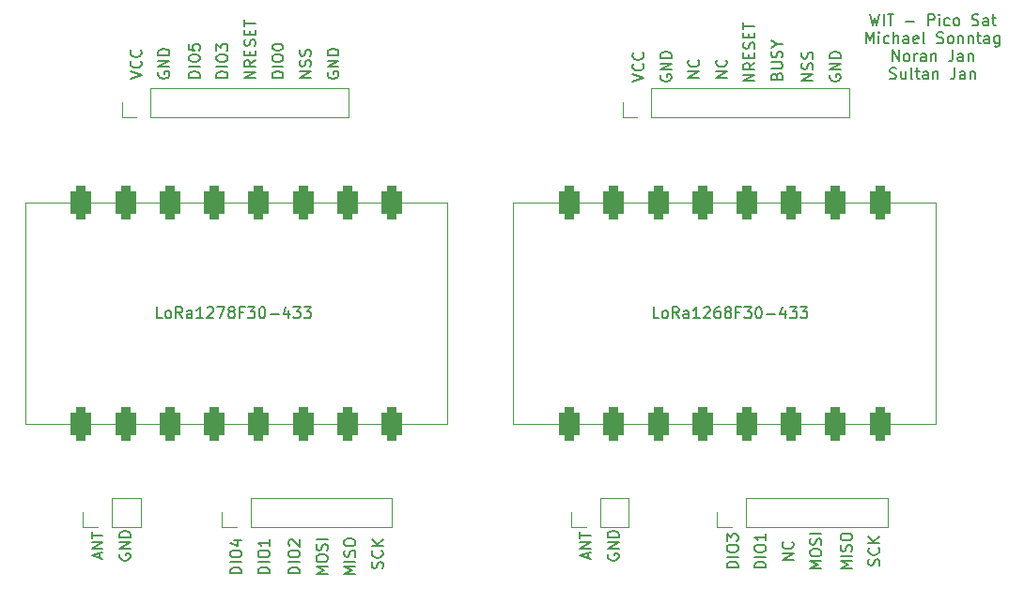
<source format=gto>
G04 #@! TF.GenerationSoftware,KiCad,Pcbnew,(6.0.1)*
G04 #@! TF.CreationDate,2023-03-29T19:46:05-04:00*
G04 #@! TF.ProjectId,G-NiceRF Breakout Board,472d4e69-6365-4524-9620-427265616b6f,rev?*
G04 #@! TF.SameCoordinates,Original*
G04 #@! TF.FileFunction,Legend,Top*
G04 #@! TF.FilePolarity,Positive*
%FSLAX46Y46*%
G04 Gerber Fmt 4.6, Leading zero omitted, Abs format (unit mm)*
G04 Created by KiCad (PCBNEW (6.0.1)) date 2023-03-29 19:46:05*
%MOMM*%
%LPD*%
G01*
G04 APERTURE LIST*
G04 Aperture macros list*
%AMRoundRect*
0 Rectangle with rounded corners*
0 $1 Rounding radius*
0 $2 $3 $4 $5 $6 $7 $8 $9 X,Y pos of 4 corners*
0 Add a 4 corners polygon primitive as box body*
4,1,4,$2,$3,$4,$5,$6,$7,$8,$9,$2,$3,0*
0 Add four circle primitives for the rounded corners*
1,1,$1+$1,$2,$3*
1,1,$1+$1,$4,$5*
1,1,$1+$1,$6,$7*
1,1,$1+$1,$8,$9*
0 Add four rect primitives between the rounded corners*
20,1,$1+$1,$2,$3,$4,$5,0*
20,1,$1+$1,$4,$5,$6,$7,0*
20,1,$1+$1,$6,$7,$8,$9,0*
20,1,$1+$1,$8,$9,$2,$3,0*%
G04 Aperture macros list end*
%ADD10C,0.150000*%
%ADD11C,0.120000*%
%ADD12R,1.700000X1.700000*%
%ADD13O,1.700000X1.700000*%
%ADD14RoundRect,0.450000X-0.450000X-1.050000X0.450000X-1.050000X0.450000X1.050000X-0.450000X1.050000X0*%
G04 APERTURE END LIST*
D10*
X153702380Y-87071428D02*
X152702380Y-87071428D01*
X153416666Y-86738095D01*
X152702380Y-86404761D01*
X153702380Y-86404761D01*
X152702380Y-85738095D02*
X152702380Y-85547619D01*
X152750000Y-85452380D01*
X152845238Y-85357142D01*
X153035714Y-85309523D01*
X153369047Y-85309523D01*
X153559523Y-85357142D01*
X153654761Y-85452380D01*
X153702380Y-85547619D01*
X153702380Y-85738095D01*
X153654761Y-85833333D01*
X153559523Y-85928571D01*
X153369047Y-85976190D01*
X153035714Y-85976190D01*
X152845238Y-85928571D01*
X152750000Y-85833333D01*
X152702380Y-85738095D01*
X153654761Y-84928571D02*
X153702380Y-84785714D01*
X153702380Y-84547619D01*
X153654761Y-84452380D01*
X153607142Y-84404761D01*
X153511904Y-84357142D01*
X153416666Y-84357142D01*
X153321428Y-84404761D01*
X153273809Y-84452380D01*
X153226190Y-84547619D01*
X153178571Y-84738095D01*
X153130952Y-84833333D01*
X153083333Y-84880952D01*
X152988095Y-84928571D01*
X152892857Y-84928571D01*
X152797619Y-84880952D01*
X152750000Y-84833333D01*
X152702380Y-84738095D01*
X152702380Y-84500000D01*
X152750000Y-84357142D01*
X153702380Y-83928571D02*
X152702380Y-83928571D01*
X94321428Y-64452380D02*
X93845238Y-64452380D01*
X93845238Y-63452380D01*
X94797619Y-64452380D02*
X94702380Y-64404761D01*
X94654761Y-64357142D01*
X94607142Y-64261904D01*
X94607142Y-63976190D01*
X94654761Y-63880952D01*
X94702380Y-63833333D01*
X94797619Y-63785714D01*
X94940476Y-63785714D01*
X95035714Y-63833333D01*
X95083333Y-63880952D01*
X95130952Y-63976190D01*
X95130952Y-64261904D01*
X95083333Y-64357142D01*
X95035714Y-64404761D01*
X94940476Y-64452380D01*
X94797619Y-64452380D01*
X96130952Y-64452380D02*
X95797619Y-63976190D01*
X95559523Y-64452380D02*
X95559523Y-63452380D01*
X95940476Y-63452380D01*
X96035714Y-63500000D01*
X96083333Y-63547619D01*
X96130952Y-63642857D01*
X96130952Y-63785714D01*
X96083333Y-63880952D01*
X96035714Y-63928571D01*
X95940476Y-63976190D01*
X95559523Y-63976190D01*
X96988095Y-64452380D02*
X96988095Y-63928571D01*
X96940476Y-63833333D01*
X96845238Y-63785714D01*
X96654761Y-63785714D01*
X96559523Y-63833333D01*
X96988095Y-64404761D02*
X96892857Y-64452380D01*
X96654761Y-64452380D01*
X96559523Y-64404761D01*
X96511904Y-64309523D01*
X96511904Y-64214285D01*
X96559523Y-64119047D01*
X96654761Y-64071428D01*
X96892857Y-64071428D01*
X96988095Y-64023809D01*
X97988095Y-64452380D02*
X97416666Y-64452380D01*
X97702380Y-64452380D02*
X97702380Y-63452380D01*
X97607142Y-63595238D01*
X97511904Y-63690476D01*
X97416666Y-63738095D01*
X98369047Y-63547619D02*
X98416666Y-63500000D01*
X98511904Y-63452380D01*
X98750000Y-63452380D01*
X98845238Y-63500000D01*
X98892857Y-63547619D01*
X98940476Y-63642857D01*
X98940476Y-63738095D01*
X98892857Y-63880952D01*
X98321428Y-64452380D01*
X98940476Y-64452380D01*
X99273809Y-63452380D02*
X99940476Y-63452380D01*
X99511904Y-64452380D01*
X100464285Y-63880952D02*
X100369047Y-63833333D01*
X100321428Y-63785714D01*
X100273809Y-63690476D01*
X100273809Y-63642857D01*
X100321428Y-63547619D01*
X100369047Y-63500000D01*
X100464285Y-63452380D01*
X100654761Y-63452380D01*
X100750000Y-63500000D01*
X100797619Y-63547619D01*
X100845238Y-63642857D01*
X100845238Y-63690476D01*
X100797619Y-63785714D01*
X100750000Y-63833333D01*
X100654761Y-63880952D01*
X100464285Y-63880952D01*
X100369047Y-63928571D01*
X100321428Y-63976190D01*
X100273809Y-64071428D01*
X100273809Y-64261904D01*
X100321428Y-64357142D01*
X100369047Y-64404761D01*
X100464285Y-64452380D01*
X100654761Y-64452380D01*
X100750000Y-64404761D01*
X100797619Y-64357142D01*
X100845238Y-64261904D01*
X100845238Y-64071428D01*
X100797619Y-63976190D01*
X100750000Y-63928571D01*
X100654761Y-63880952D01*
X101607142Y-63928571D02*
X101273809Y-63928571D01*
X101273809Y-64452380D02*
X101273809Y-63452380D01*
X101750000Y-63452380D01*
X102035714Y-63452380D02*
X102654761Y-63452380D01*
X102321428Y-63833333D01*
X102464285Y-63833333D01*
X102559523Y-63880952D01*
X102607142Y-63928571D01*
X102654761Y-64023809D01*
X102654761Y-64261904D01*
X102607142Y-64357142D01*
X102559523Y-64404761D01*
X102464285Y-64452380D01*
X102178571Y-64452380D01*
X102083333Y-64404761D01*
X102035714Y-64357142D01*
X103273809Y-63452380D02*
X103369047Y-63452380D01*
X103464285Y-63500000D01*
X103511904Y-63547619D01*
X103559523Y-63642857D01*
X103607142Y-63833333D01*
X103607142Y-64071428D01*
X103559523Y-64261904D01*
X103511904Y-64357142D01*
X103464285Y-64404761D01*
X103369047Y-64452380D01*
X103273809Y-64452380D01*
X103178571Y-64404761D01*
X103130952Y-64357142D01*
X103083333Y-64261904D01*
X103035714Y-64071428D01*
X103035714Y-63833333D01*
X103083333Y-63642857D01*
X103130952Y-63547619D01*
X103178571Y-63500000D01*
X103273809Y-63452380D01*
X104035714Y-64071428D02*
X104797619Y-64071428D01*
X105702380Y-63785714D02*
X105702380Y-64452380D01*
X105464285Y-63404761D02*
X105226190Y-64119047D01*
X105845238Y-64119047D01*
X106130952Y-63452380D02*
X106749999Y-63452380D01*
X106416666Y-63833333D01*
X106559523Y-63833333D01*
X106654761Y-63880952D01*
X106702380Y-63928571D01*
X106749999Y-64023809D01*
X106749999Y-64261904D01*
X106702380Y-64357142D01*
X106654761Y-64404761D01*
X106559523Y-64452380D01*
X106273809Y-64452380D01*
X106178571Y-64404761D01*
X106130952Y-64357142D01*
X107083333Y-63452380D02*
X107702380Y-63452380D01*
X107369047Y-63833333D01*
X107511904Y-63833333D01*
X107607142Y-63880952D01*
X107654761Y-63928571D01*
X107702380Y-64023809D01*
X107702380Y-64261904D01*
X107654761Y-64357142D01*
X107607142Y-64404761D01*
X107511904Y-64452380D01*
X107226190Y-64452380D01*
X107130952Y-64404761D01*
X107083333Y-64357142D01*
X139071428Y-64452380D02*
X138595238Y-64452380D01*
X138595238Y-63452380D01*
X139547619Y-64452380D02*
X139452380Y-64404761D01*
X139404761Y-64357142D01*
X139357142Y-64261904D01*
X139357142Y-63976190D01*
X139404761Y-63880952D01*
X139452380Y-63833333D01*
X139547619Y-63785714D01*
X139690476Y-63785714D01*
X139785714Y-63833333D01*
X139833333Y-63880952D01*
X139880952Y-63976190D01*
X139880952Y-64261904D01*
X139833333Y-64357142D01*
X139785714Y-64404761D01*
X139690476Y-64452380D01*
X139547619Y-64452380D01*
X140880952Y-64452380D02*
X140547619Y-63976190D01*
X140309523Y-64452380D02*
X140309523Y-63452380D01*
X140690476Y-63452380D01*
X140785714Y-63500000D01*
X140833333Y-63547619D01*
X140880952Y-63642857D01*
X140880952Y-63785714D01*
X140833333Y-63880952D01*
X140785714Y-63928571D01*
X140690476Y-63976190D01*
X140309523Y-63976190D01*
X141738095Y-64452380D02*
X141738095Y-63928571D01*
X141690476Y-63833333D01*
X141595238Y-63785714D01*
X141404761Y-63785714D01*
X141309523Y-63833333D01*
X141738095Y-64404761D02*
X141642857Y-64452380D01*
X141404761Y-64452380D01*
X141309523Y-64404761D01*
X141261904Y-64309523D01*
X141261904Y-64214285D01*
X141309523Y-64119047D01*
X141404761Y-64071428D01*
X141642857Y-64071428D01*
X141738095Y-64023809D01*
X142738095Y-64452380D02*
X142166666Y-64452380D01*
X142452380Y-64452380D02*
X142452380Y-63452380D01*
X142357142Y-63595238D01*
X142261904Y-63690476D01*
X142166666Y-63738095D01*
X143119047Y-63547619D02*
X143166666Y-63500000D01*
X143261904Y-63452380D01*
X143500000Y-63452380D01*
X143595238Y-63500000D01*
X143642857Y-63547619D01*
X143690476Y-63642857D01*
X143690476Y-63738095D01*
X143642857Y-63880952D01*
X143071428Y-64452380D01*
X143690476Y-64452380D01*
X144547619Y-63452380D02*
X144357142Y-63452380D01*
X144261904Y-63500000D01*
X144214285Y-63547619D01*
X144119047Y-63690476D01*
X144071428Y-63880952D01*
X144071428Y-64261904D01*
X144119047Y-64357142D01*
X144166666Y-64404761D01*
X144261904Y-64452380D01*
X144452380Y-64452380D01*
X144547619Y-64404761D01*
X144595238Y-64357142D01*
X144642857Y-64261904D01*
X144642857Y-64023809D01*
X144595238Y-63928571D01*
X144547619Y-63880952D01*
X144452380Y-63833333D01*
X144261904Y-63833333D01*
X144166666Y-63880952D01*
X144119047Y-63928571D01*
X144071428Y-64023809D01*
X145214285Y-63880952D02*
X145119047Y-63833333D01*
X145071428Y-63785714D01*
X145023809Y-63690476D01*
X145023809Y-63642857D01*
X145071428Y-63547619D01*
X145119047Y-63500000D01*
X145214285Y-63452380D01*
X145404761Y-63452380D01*
X145500000Y-63500000D01*
X145547619Y-63547619D01*
X145595238Y-63642857D01*
X145595238Y-63690476D01*
X145547619Y-63785714D01*
X145500000Y-63833333D01*
X145404761Y-63880952D01*
X145214285Y-63880952D01*
X145119047Y-63928571D01*
X145071428Y-63976190D01*
X145023809Y-64071428D01*
X145023809Y-64261904D01*
X145071428Y-64357142D01*
X145119047Y-64404761D01*
X145214285Y-64452380D01*
X145404761Y-64452380D01*
X145500000Y-64404761D01*
X145547619Y-64357142D01*
X145595238Y-64261904D01*
X145595238Y-64071428D01*
X145547619Y-63976190D01*
X145500000Y-63928571D01*
X145404761Y-63880952D01*
X146357142Y-63928571D02*
X146023809Y-63928571D01*
X146023809Y-64452380D02*
X146023809Y-63452380D01*
X146500000Y-63452380D01*
X146785714Y-63452380D02*
X147404761Y-63452380D01*
X147071428Y-63833333D01*
X147214285Y-63833333D01*
X147309523Y-63880952D01*
X147357142Y-63928571D01*
X147404761Y-64023809D01*
X147404761Y-64261904D01*
X147357142Y-64357142D01*
X147309523Y-64404761D01*
X147214285Y-64452380D01*
X146928571Y-64452380D01*
X146833333Y-64404761D01*
X146785714Y-64357142D01*
X148023809Y-63452380D02*
X148119047Y-63452380D01*
X148214285Y-63500000D01*
X148261904Y-63547619D01*
X148309523Y-63642857D01*
X148357142Y-63833333D01*
X148357142Y-64071428D01*
X148309523Y-64261904D01*
X148261904Y-64357142D01*
X148214285Y-64404761D01*
X148119047Y-64452380D01*
X148023809Y-64452380D01*
X147928571Y-64404761D01*
X147880952Y-64357142D01*
X147833333Y-64261904D01*
X147785714Y-64071428D01*
X147785714Y-63833333D01*
X147833333Y-63642857D01*
X147880952Y-63547619D01*
X147928571Y-63500000D01*
X148023809Y-63452380D01*
X148785714Y-64071428D02*
X149547619Y-64071428D01*
X150452380Y-63785714D02*
X150452380Y-64452380D01*
X150214285Y-63404761D02*
X149976190Y-64119047D01*
X150595238Y-64119047D01*
X150880952Y-63452380D02*
X151500000Y-63452380D01*
X151166666Y-63833333D01*
X151309523Y-63833333D01*
X151404761Y-63880952D01*
X151452380Y-63928571D01*
X151500000Y-64023809D01*
X151500000Y-64261904D01*
X151452380Y-64357142D01*
X151404761Y-64404761D01*
X151309523Y-64452380D01*
X151023809Y-64452380D01*
X150928571Y-64404761D01*
X150880952Y-64357142D01*
X151833333Y-63452380D02*
X152452380Y-63452380D01*
X152119047Y-63833333D01*
X152261904Y-63833333D01*
X152357142Y-63880952D01*
X152404761Y-63928571D01*
X152452380Y-64023809D01*
X152452380Y-64261904D01*
X152404761Y-64357142D01*
X152357142Y-64404761D01*
X152261904Y-64452380D01*
X151976190Y-64452380D01*
X151880952Y-64404761D01*
X151833333Y-64357142D01*
X102702380Y-42797619D02*
X101702380Y-42797619D01*
X102702380Y-42226190D01*
X101702380Y-42226190D01*
X102702380Y-41178571D02*
X102226190Y-41511904D01*
X102702380Y-41750000D02*
X101702380Y-41750000D01*
X101702380Y-41369047D01*
X101750000Y-41273809D01*
X101797619Y-41226190D01*
X101892857Y-41178571D01*
X102035714Y-41178571D01*
X102130952Y-41226190D01*
X102178571Y-41273809D01*
X102226190Y-41369047D01*
X102226190Y-41750000D01*
X102178571Y-40750000D02*
X102178571Y-40416666D01*
X102702380Y-40273809D02*
X102702380Y-40750000D01*
X101702380Y-40750000D01*
X101702380Y-40273809D01*
X102654761Y-39892857D02*
X102702380Y-39750000D01*
X102702380Y-39511904D01*
X102654761Y-39416666D01*
X102607142Y-39369047D01*
X102511904Y-39321428D01*
X102416666Y-39321428D01*
X102321428Y-39369047D01*
X102273809Y-39416666D01*
X102226190Y-39511904D01*
X102178571Y-39702380D01*
X102130952Y-39797619D01*
X102083333Y-39845238D01*
X101988095Y-39892857D01*
X101892857Y-39892857D01*
X101797619Y-39845238D01*
X101750000Y-39797619D01*
X101702380Y-39702380D01*
X101702380Y-39464285D01*
X101750000Y-39321428D01*
X102178571Y-38892857D02*
X102178571Y-38559523D01*
X102702380Y-38416666D02*
X102702380Y-38892857D01*
X101702380Y-38892857D01*
X101702380Y-38416666D01*
X101702380Y-38130952D02*
X101702380Y-37559523D01*
X102702380Y-37845238D02*
X101702380Y-37845238D01*
X97702380Y-42750000D02*
X96702380Y-42750000D01*
X96702380Y-42511904D01*
X96750000Y-42369047D01*
X96845238Y-42273809D01*
X96940476Y-42226190D01*
X97130952Y-42178571D01*
X97273809Y-42178571D01*
X97464285Y-42226190D01*
X97559523Y-42273809D01*
X97654761Y-42369047D01*
X97702380Y-42511904D01*
X97702380Y-42750000D01*
X97702380Y-41750000D02*
X96702380Y-41750000D01*
X96702380Y-41083333D02*
X96702380Y-40892857D01*
X96750000Y-40797619D01*
X96845238Y-40702380D01*
X97035714Y-40654761D01*
X97369047Y-40654761D01*
X97559523Y-40702380D01*
X97654761Y-40797619D01*
X97702380Y-40892857D01*
X97702380Y-41083333D01*
X97654761Y-41178571D01*
X97559523Y-41273809D01*
X97369047Y-41321428D01*
X97035714Y-41321428D01*
X96845238Y-41273809D01*
X96750000Y-41178571D01*
X96702380Y-41083333D01*
X96702380Y-39750000D02*
X96702380Y-40226190D01*
X97178571Y-40273809D01*
X97130952Y-40226190D01*
X97083333Y-40130952D01*
X97083333Y-39892857D01*
X97130952Y-39797619D01*
X97178571Y-39750000D01*
X97273809Y-39702380D01*
X97511904Y-39702380D01*
X97607142Y-39750000D01*
X97654761Y-39797619D01*
X97702380Y-39892857D01*
X97702380Y-40130952D01*
X97654761Y-40226190D01*
X97607142Y-40273809D01*
X142702380Y-42785714D02*
X141702380Y-42785714D01*
X142702380Y-42214285D01*
X141702380Y-42214285D01*
X142607142Y-41166666D02*
X142654761Y-41214285D01*
X142702380Y-41357142D01*
X142702380Y-41452380D01*
X142654761Y-41595238D01*
X142559523Y-41690476D01*
X142464285Y-41738095D01*
X142273809Y-41785714D01*
X142130952Y-41785714D01*
X141940476Y-41738095D01*
X141845238Y-41690476D01*
X141750000Y-41595238D01*
X141702380Y-41452380D01*
X141702380Y-41357142D01*
X141750000Y-41214285D01*
X141797619Y-41166666D01*
X88666666Y-86142857D02*
X88666666Y-85666666D01*
X88952380Y-86238095D02*
X87952380Y-85904761D01*
X88952380Y-85571428D01*
X88952380Y-85238095D02*
X87952380Y-85238095D01*
X88952380Y-84666666D01*
X87952380Y-84666666D01*
X87952380Y-84333333D02*
X87952380Y-83761904D01*
X88952380Y-84047619D02*
X87952380Y-84047619D01*
X132666666Y-86142857D02*
X132666666Y-85666666D01*
X132952380Y-86238095D02*
X131952380Y-85904761D01*
X132952380Y-85571428D01*
X132952380Y-85238095D02*
X131952380Y-85238095D01*
X132952380Y-84666666D01*
X131952380Y-84666666D01*
X131952380Y-84333333D02*
X131952380Y-83761904D01*
X132952380Y-84047619D02*
X131952380Y-84047619D01*
X114154761Y-87035714D02*
X114202380Y-86892857D01*
X114202380Y-86654761D01*
X114154761Y-86559523D01*
X114107142Y-86511904D01*
X114011904Y-86464285D01*
X113916666Y-86464285D01*
X113821428Y-86511904D01*
X113773809Y-86559523D01*
X113726190Y-86654761D01*
X113678571Y-86845238D01*
X113630952Y-86940476D01*
X113583333Y-86988095D01*
X113488095Y-87035714D01*
X113392857Y-87035714D01*
X113297619Y-86988095D01*
X113250000Y-86940476D01*
X113202380Y-86845238D01*
X113202380Y-86607142D01*
X113250000Y-86464285D01*
X114107142Y-85464285D02*
X114154761Y-85511904D01*
X114202380Y-85654761D01*
X114202380Y-85750000D01*
X114154761Y-85892857D01*
X114059523Y-85988095D01*
X113964285Y-86035714D01*
X113773809Y-86083333D01*
X113630952Y-86083333D01*
X113440476Y-86035714D01*
X113345238Y-85988095D01*
X113250000Y-85892857D01*
X113202380Y-85750000D01*
X113202380Y-85654761D01*
X113250000Y-85511904D01*
X113297619Y-85464285D01*
X114202380Y-85035714D02*
X113202380Y-85035714D01*
X114202380Y-84464285D02*
X113630952Y-84892857D01*
X113202380Y-84464285D02*
X113773809Y-85035714D01*
X105202380Y-42750000D02*
X104202380Y-42750000D01*
X104202380Y-42511904D01*
X104250000Y-42369047D01*
X104345238Y-42273809D01*
X104440476Y-42226190D01*
X104630952Y-42178571D01*
X104773809Y-42178571D01*
X104964285Y-42226190D01*
X105059523Y-42273809D01*
X105154761Y-42369047D01*
X105202380Y-42511904D01*
X105202380Y-42750000D01*
X105202380Y-41750000D02*
X104202380Y-41750000D01*
X104202380Y-41083333D02*
X104202380Y-40892857D01*
X104250000Y-40797619D01*
X104345238Y-40702380D01*
X104535714Y-40654761D01*
X104869047Y-40654761D01*
X105059523Y-40702380D01*
X105154761Y-40797619D01*
X105202380Y-40892857D01*
X105202380Y-41083333D01*
X105154761Y-41178571D01*
X105059523Y-41273809D01*
X104869047Y-41321428D01*
X104535714Y-41321428D01*
X104345238Y-41273809D01*
X104250000Y-41178571D01*
X104202380Y-41083333D01*
X104202380Y-40035714D02*
X104202380Y-39940476D01*
X104250000Y-39845238D01*
X104297619Y-39797619D01*
X104392857Y-39750000D01*
X104583333Y-39702380D01*
X104821428Y-39702380D01*
X105011904Y-39750000D01*
X105107142Y-39797619D01*
X105154761Y-39845238D01*
X105202380Y-39940476D01*
X105202380Y-40035714D01*
X105154761Y-40130952D01*
X105107142Y-40178571D01*
X105011904Y-40226190D01*
X104821428Y-40273809D01*
X104583333Y-40273809D01*
X104392857Y-40226190D01*
X104297619Y-40178571D01*
X104250000Y-40130952D01*
X104202380Y-40035714D01*
X103952380Y-87500000D02*
X102952380Y-87500000D01*
X102952380Y-87261904D01*
X103000000Y-87119047D01*
X103095238Y-87023809D01*
X103190476Y-86976190D01*
X103380952Y-86928571D01*
X103523809Y-86928571D01*
X103714285Y-86976190D01*
X103809523Y-87023809D01*
X103904761Y-87119047D01*
X103952380Y-87261904D01*
X103952380Y-87500000D01*
X103952380Y-86500000D02*
X102952380Y-86500000D01*
X102952380Y-85833333D02*
X102952380Y-85642857D01*
X103000000Y-85547619D01*
X103095238Y-85452380D01*
X103285714Y-85404761D01*
X103619047Y-85404761D01*
X103809523Y-85452380D01*
X103904761Y-85547619D01*
X103952380Y-85642857D01*
X103952380Y-85833333D01*
X103904761Y-85928571D01*
X103809523Y-86023809D01*
X103619047Y-86071428D01*
X103285714Y-86071428D01*
X103095238Y-86023809D01*
X103000000Y-85928571D01*
X102952380Y-85833333D01*
X103952380Y-84452380D02*
X103952380Y-85023809D01*
X103952380Y-84738095D02*
X102952380Y-84738095D01*
X103095238Y-84833333D01*
X103190476Y-84928571D01*
X103238095Y-85023809D01*
X154500000Y-42511904D02*
X154452380Y-42607142D01*
X154452380Y-42750000D01*
X154500000Y-42892857D01*
X154595238Y-42988095D01*
X154690476Y-43035714D01*
X154880952Y-43083333D01*
X155023809Y-43083333D01*
X155214285Y-43035714D01*
X155309523Y-42988095D01*
X155404761Y-42892857D01*
X155452380Y-42750000D01*
X155452380Y-42654761D01*
X155404761Y-42511904D01*
X155357142Y-42464285D01*
X155023809Y-42464285D01*
X155023809Y-42654761D01*
X155452380Y-42035714D02*
X154452380Y-42035714D01*
X155452380Y-41464285D01*
X154452380Y-41464285D01*
X155452380Y-40988095D02*
X154452380Y-40988095D01*
X154452380Y-40750000D01*
X154500000Y-40607142D01*
X154595238Y-40511904D01*
X154690476Y-40464285D01*
X154880952Y-40416666D01*
X155023809Y-40416666D01*
X155214285Y-40464285D01*
X155309523Y-40511904D01*
X155404761Y-40607142D01*
X155452380Y-40750000D01*
X155452380Y-40988095D01*
X152952380Y-42988095D02*
X151952380Y-42988095D01*
X152952380Y-42416666D01*
X151952380Y-42416666D01*
X152904761Y-41988095D02*
X152952380Y-41845238D01*
X152952380Y-41607142D01*
X152904761Y-41511904D01*
X152857142Y-41464285D01*
X152761904Y-41416666D01*
X152666666Y-41416666D01*
X152571428Y-41464285D01*
X152523809Y-41511904D01*
X152476190Y-41607142D01*
X152428571Y-41797619D01*
X152380952Y-41892857D01*
X152333333Y-41940476D01*
X152238095Y-41988095D01*
X152142857Y-41988095D01*
X152047619Y-41940476D01*
X152000000Y-41892857D01*
X151952380Y-41797619D01*
X151952380Y-41559523D01*
X152000000Y-41416666D01*
X152904761Y-41035714D02*
X152952380Y-40892857D01*
X152952380Y-40654761D01*
X152904761Y-40559523D01*
X152857142Y-40511904D01*
X152761904Y-40464285D01*
X152666666Y-40464285D01*
X152571428Y-40511904D01*
X152523809Y-40559523D01*
X152476190Y-40654761D01*
X152428571Y-40845238D01*
X152380952Y-40940476D01*
X152333333Y-40988095D01*
X152238095Y-41035714D01*
X152142857Y-41035714D01*
X152047619Y-40988095D01*
X152000000Y-40940476D01*
X151952380Y-40845238D01*
X151952380Y-40607142D01*
X152000000Y-40464285D01*
X106702380Y-87500000D02*
X105702380Y-87500000D01*
X105702380Y-87261904D01*
X105750000Y-87119047D01*
X105845238Y-87023809D01*
X105940476Y-86976190D01*
X106130952Y-86928571D01*
X106273809Y-86928571D01*
X106464285Y-86976190D01*
X106559523Y-87023809D01*
X106654761Y-87119047D01*
X106702380Y-87261904D01*
X106702380Y-87500000D01*
X106702380Y-86500000D02*
X105702380Y-86500000D01*
X105702380Y-85833333D02*
X105702380Y-85642857D01*
X105750000Y-85547619D01*
X105845238Y-85452380D01*
X106035714Y-85404761D01*
X106369047Y-85404761D01*
X106559523Y-85452380D01*
X106654761Y-85547619D01*
X106702380Y-85642857D01*
X106702380Y-85833333D01*
X106654761Y-85928571D01*
X106559523Y-86023809D01*
X106369047Y-86071428D01*
X106035714Y-86071428D01*
X105845238Y-86023809D01*
X105750000Y-85928571D01*
X105702380Y-85833333D01*
X105797619Y-85023809D02*
X105750000Y-84976190D01*
X105702380Y-84880952D01*
X105702380Y-84642857D01*
X105750000Y-84547619D01*
X105797619Y-84500000D01*
X105892857Y-84452380D01*
X105988095Y-84452380D01*
X106130952Y-84500000D01*
X106702380Y-85071428D01*
X106702380Y-84452380D01*
X134500000Y-85761904D02*
X134452380Y-85857142D01*
X134452380Y-86000000D01*
X134500000Y-86142857D01*
X134595238Y-86238095D01*
X134690476Y-86285714D01*
X134880952Y-86333333D01*
X135023809Y-86333333D01*
X135214285Y-86285714D01*
X135309523Y-86238095D01*
X135404761Y-86142857D01*
X135452380Y-86000000D01*
X135452380Y-85904761D01*
X135404761Y-85761904D01*
X135357142Y-85714285D01*
X135023809Y-85714285D01*
X135023809Y-85904761D01*
X135452380Y-85285714D02*
X134452380Y-85285714D01*
X135452380Y-84714285D01*
X134452380Y-84714285D01*
X135452380Y-84238095D02*
X134452380Y-84238095D01*
X134452380Y-84000000D01*
X134500000Y-83857142D01*
X134595238Y-83761904D01*
X134690476Y-83714285D01*
X134880952Y-83666666D01*
X135023809Y-83666666D01*
X135214285Y-83714285D01*
X135309523Y-83761904D01*
X135404761Y-83857142D01*
X135452380Y-84000000D01*
X135452380Y-84238095D01*
X91452380Y-42833333D02*
X92452380Y-42500000D01*
X91452380Y-42166666D01*
X92357142Y-41261904D02*
X92404761Y-41309523D01*
X92452380Y-41452380D01*
X92452380Y-41547619D01*
X92404761Y-41690476D01*
X92309523Y-41785714D01*
X92214285Y-41833333D01*
X92023809Y-41880952D01*
X91880952Y-41880952D01*
X91690476Y-41833333D01*
X91595238Y-41785714D01*
X91500000Y-41690476D01*
X91452380Y-41547619D01*
X91452380Y-41452380D01*
X91500000Y-41309523D01*
X91547619Y-41261904D01*
X92357142Y-40261904D02*
X92404761Y-40309523D01*
X92452380Y-40452380D01*
X92452380Y-40547619D01*
X92404761Y-40690476D01*
X92309523Y-40785714D01*
X92214285Y-40833333D01*
X92023809Y-40880952D01*
X91880952Y-40880952D01*
X91690476Y-40833333D01*
X91595238Y-40785714D01*
X91500000Y-40690476D01*
X91452380Y-40547619D01*
X91452380Y-40452380D01*
X91500000Y-40309523D01*
X91547619Y-40261904D01*
X158107142Y-37037380D02*
X158345238Y-38037380D01*
X158535714Y-37323095D01*
X158726190Y-38037380D01*
X158964285Y-37037380D01*
X159345238Y-38037380D02*
X159345238Y-37037380D01*
X159678571Y-37037380D02*
X160250000Y-37037380D01*
X159964285Y-38037380D02*
X159964285Y-37037380D01*
X161345238Y-37656428D02*
X162107142Y-37656428D01*
X163345238Y-38037380D02*
X163345238Y-37037380D01*
X163726190Y-37037380D01*
X163821428Y-37085000D01*
X163869047Y-37132619D01*
X163916666Y-37227857D01*
X163916666Y-37370714D01*
X163869047Y-37465952D01*
X163821428Y-37513571D01*
X163726190Y-37561190D01*
X163345238Y-37561190D01*
X164345238Y-38037380D02*
X164345238Y-37370714D01*
X164345238Y-37037380D02*
X164297619Y-37085000D01*
X164345238Y-37132619D01*
X164392857Y-37085000D01*
X164345238Y-37037380D01*
X164345238Y-37132619D01*
X165250000Y-37989761D02*
X165154761Y-38037380D01*
X164964285Y-38037380D01*
X164869047Y-37989761D01*
X164821428Y-37942142D01*
X164773809Y-37846904D01*
X164773809Y-37561190D01*
X164821428Y-37465952D01*
X164869047Y-37418333D01*
X164964285Y-37370714D01*
X165154761Y-37370714D01*
X165250000Y-37418333D01*
X165821428Y-38037380D02*
X165726190Y-37989761D01*
X165678571Y-37942142D01*
X165630952Y-37846904D01*
X165630952Y-37561190D01*
X165678571Y-37465952D01*
X165726190Y-37418333D01*
X165821428Y-37370714D01*
X165964285Y-37370714D01*
X166059523Y-37418333D01*
X166107142Y-37465952D01*
X166154761Y-37561190D01*
X166154761Y-37846904D01*
X166107142Y-37942142D01*
X166059523Y-37989761D01*
X165964285Y-38037380D01*
X165821428Y-38037380D01*
X167297619Y-37989761D02*
X167440476Y-38037380D01*
X167678571Y-38037380D01*
X167773809Y-37989761D01*
X167821428Y-37942142D01*
X167869047Y-37846904D01*
X167869047Y-37751666D01*
X167821428Y-37656428D01*
X167773809Y-37608809D01*
X167678571Y-37561190D01*
X167488095Y-37513571D01*
X167392857Y-37465952D01*
X167345238Y-37418333D01*
X167297619Y-37323095D01*
X167297619Y-37227857D01*
X167345238Y-37132619D01*
X167392857Y-37085000D01*
X167488095Y-37037380D01*
X167726190Y-37037380D01*
X167869047Y-37085000D01*
X168726190Y-38037380D02*
X168726190Y-37513571D01*
X168678571Y-37418333D01*
X168583333Y-37370714D01*
X168392857Y-37370714D01*
X168297619Y-37418333D01*
X168726190Y-37989761D02*
X168630952Y-38037380D01*
X168392857Y-38037380D01*
X168297619Y-37989761D01*
X168250000Y-37894523D01*
X168250000Y-37799285D01*
X168297619Y-37704047D01*
X168392857Y-37656428D01*
X168630952Y-37656428D01*
X168726190Y-37608809D01*
X169059523Y-37370714D02*
X169440476Y-37370714D01*
X169202380Y-37037380D02*
X169202380Y-37894523D01*
X169250000Y-37989761D01*
X169345238Y-38037380D01*
X169440476Y-38037380D01*
X157750000Y-39647380D02*
X157750000Y-38647380D01*
X158083333Y-39361666D01*
X158416666Y-38647380D01*
X158416666Y-39647380D01*
X158892857Y-39647380D02*
X158892857Y-38980714D01*
X158892857Y-38647380D02*
X158845238Y-38695000D01*
X158892857Y-38742619D01*
X158940476Y-38695000D01*
X158892857Y-38647380D01*
X158892857Y-38742619D01*
X159797619Y-39599761D02*
X159702380Y-39647380D01*
X159511904Y-39647380D01*
X159416666Y-39599761D01*
X159369047Y-39552142D01*
X159321428Y-39456904D01*
X159321428Y-39171190D01*
X159369047Y-39075952D01*
X159416666Y-39028333D01*
X159511904Y-38980714D01*
X159702380Y-38980714D01*
X159797619Y-39028333D01*
X160226190Y-39647380D02*
X160226190Y-38647380D01*
X160654761Y-39647380D02*
X160654761Y-39123571D01*
X160607142Y-39028333D01*
X160511904Y-38980714D01*
X160369047Y-38980714D01*
X160273809Y-39028333D01*
X160226190Y-39075952D01*
X161559523Y-39647380D02*
X161559523Y-39123571D01*
X161511904Y-39028333D01*
X161416666Y-38980714D01*
X161226190Y-38980714D01*
X161130952Y-39028333D01*
X161559523Y-39599761D02*
X161464285Y-39647380D01*
X161226190Y-39647380D01*
X161130952Y-39599761D01*
X161083333Y-39504523D01*
X161083333Y-39409285D01*
X161130952Y-39314047D01*
X161226190Y-39266428D01*
X161464285Y-39266428D01*
X161559523Y-39218809D01*
X162416666Y-39599761D02*
X162321428Y-39647380D01*
X162130952Y-39647380D01*
X162035714Y-39599761D01*
X161988095Y-39504523D01*
X161988095Y-39123571D01*
X162035714Y-39028333D01*
X162130952Y-38980714D01*
X162321428Y-38980714D01*
X162416666Y-39028333D01*
X162464285Y-39123571D01*
X162464285Y-39218809D01*
X161988095Y-39314047D01*
X163035714Y-39647380D02*
X162940476Y-39599761D01*
X162892857Y-39504523D01*
X162892857Y-38647380D01*
X164130952Y-39599761D02*
X164273809Y-39647380D01*
X164511904Y-39647380D01*
X164607142Y-39599761D01*
X164654761Y-39552142D01*
X164702380Y-39456904D01*
X164702380Y-39361666D01*
X164654761Y-39266428D01*
X164607142Y-39218809D01*
X164511904Y-39171190D01*
X164321428Y-39123571D01*
X164226190Y-39075952D01*
X164178571Y-39028333D01*
X164130952Y-38933095D01*
X164130952Y-38837857D01*
X164178571Y-38742619D01*
X164226190Y-38695000D01*
X164321428Y-38647380D01*
X164559523Y-38647380D01*
X164702380Y-38695000D01*
X165273809Y-39647380D02*
X165178571Y-39599761D01*
X165130952Y-39552142D01*
X165083333Y-39456904D01*
X165083333Y-39171190D01*
X165130952Y-39075952D01*
X165178571Y-39028333D01*
X165273809Y-38980714D01*
X165416666Y-38980714D01*
X165511904Y-39028333D01*
X165559523Y-39075952D01*
X165607142Y-39171190D01*
X165607142Y-39456904D01*
X165559523Y-39552142D01*
X165511904Y-39599761D01*
X165416666Y-39647380D01*
X165273809Y-39647380D01*
X166035714Y-38980714D02*
X166035714Y-39647380D01*
X166035714Y-39075952D02*
X166083333Y-39028333D01*
X166178571Y-38980714D01*
X166321428Y-38980714D01*
X166416666Y-39028333D01*
X166464285Y-39123571D01*
X166464285Y-39647380D01*
X166940476Y-38980714D02*
X166940476Y-39647380D01*
X166940476Y-39075952D02*
X166988095Y-39028333D01*
X167083333Y-38980714D01*
X167226190Y-38980714D01*
X167321428Y-39028333D01*
X167369047Y-39123571D01*
X167369047Y-39647380D01*
X167702380Y-38980714D02*
X168083333Y-38980714D01*
X167845238Y-38647380D02*
X167845238Y-39504523D01*
X167892857Y-39599761D01*
X167988095Y-39647380D01*
X168083333Y-39647380D01*
X168845238Y-39647380D02*
X168845238Y-39123571D01*
X168797619Y-39028333D01*
X168702380Y-38980714D01*
X168511904Y-38980714D01*
X168416666Y-39028333D01*
X168845238Y-39599761D02*
X168750000Y-39647380D01*
X168511904Y-39647380D01*
X168416666Y-39599761D01*
X168369047Y-39504523D01*
X168369047Y-39409285D01*
X168416666Y-39314047D01*
X168511904Y-39266428D01*
X168750000Y-39266428D01*
X168845238Y-39218809D01*
X169750000Y-38980714D02*
X169750000Y-39790238D01*
X169702380Y-39885476D01*
X169654761Y-39933095D01*
X169559523Y-39980714D01*
X169416666Y-39980714D01*
X169321428Y-39933095D01*
X169750000Y-39599761D02*
X169654761Y-39647380D01*
X169464285Y-39647380D01*
X169369047Y-39599761D01*
X169321428Y-39552142D01*
X169273809Y-39456904D01*
X169273809Y-39171190D01*
X169321428Y-39075952D01*
X169369047Y-39028333D01*
X169464285Y-38980714D01*
X169654761Y-38980714D01*
X169750000Y-39028333D01*
X160130952Y-41257380D02*
X160130952Y-40257380D01*
X160702380Y-41257380D01*
X160702380Y-40257380D01*
X161321428Y-41257380D02*
X161226190Y-41209761D01*
X161178571Y-41162142D01*
X161130952Y-41066904D01*
X161130952Y-40781190D01*
X161178571Y-40685952D01*
X161226190Y-40638333D01*
X161321428Y-40590714D01*
X161464285Y-40590714D01*
X161559523Y-40638333D01*
X161607142Y-40685952D01*
X161654761Y-40781190D01*
X161654761Y-41066904D01*
X161607142Y-41162142D01*
X161559523Y-41209761D01*
X161464285Y-41257380D01*
X161321428Y-41257380D01*
X162083333Y-41257380D02*
X162083333Y-40590714D01*
X162083333Y-40781190D02*
X162130952Y-40685952D01*
X162178571Y-40638333D01*
X162273809Y-40590714D01*
X162369047Y-40590714D01*
X163130952Y-41257380D02*
X163130952Y-40733571D01*
X163083333Y-40638333D01*
X162988095Y-40590714D01*
X162797619Y-40590714D01*
X162702380Y-40638333D01*
X163130952Y-41209761D02*
X163035714Y-41257380D01*
X162797619Y-41257380D01*
X162702380Y-41209761D01*
X162654761Y-41114523D01*
X162654761Y-41019285D01*
X162702380Y-40924047D01*
X162797619Y-40876428D01*
X163035714Y-40876428D01*
X163130952Y-40828809D01*
X163607142Y-40590714D02*
X163607142Y-41257380D01*
X163607142Y-40685952D02*
X163654761Y-40638333D01*
X163750000Y-40590714D01*
X163892857Y-40590714D01*
X163988095Y-40638333D01*
X164035714Y-40733571D01*
X164035714Y-41257380D01*
X165559523Y-40257380D02*
X165559523Y-40971666D01*
X165511904Y-41114523D01*
X165416666Y-41209761D01*
X165273809Y-41257380D01*
X165178571Y-41257380D01*
X166464285Y-41257380D02*
X166464285Y-40733571D01*
X166416666Y-40638333D01*
X166321428Y-40590714D01*
X166130952Y-40590714D01*
X166035714Y-40638333D01*
X166464285Y-41209761D02*
X166369047Y-41257380D01*
X166130952Y-41257380D01*
X166035714Y-41209761D01*
X165988095Y-41114523D01*
X165988095Y-41019285D01*
X166035714Y-40924047D01*
X166130952Y-40876428D01*
X166369047Y-40876428D01*
X166464285Y-40828809D01*
X166940476Y-40590714D02*
X166940476Y-41257380D01*
X166940476Y-40685952D02*
X166988095Y-40638333D01*
X167083333Y-40590714D01*
X167226190Y-40590714D01*
X167321428Y-40638333D01*
X167369047Y-40733571D01*
X167369047Y-41257380D01*
X159892857Y-42819761D02*
X160035714Y-42867380D01*
X160273809Y-42867380D01*
X160369047Y-42819761D01*
X160416666Y-42772142D01*
X160464285Y-42676904D01*
X160464285Y-42581666D01*
X160416666Y-42486428D01*
X160369047Y-42438809D01*
X160273809Y-42391190D01*
X160083333Y-42343571D01*
X159988095Y-42295952D01*
X159940476Y-42248333D01*
X159892857Y-42153095D01*
X159892857Y-42057857D01*
X159940476Y-41962619D01*
X159988095Y-41915000D01*
X160083333Y-41867380D01*
X160321428Y-41867380D01*
X160464285Y-41915000D01*
X161321428Y-42200714D02*
X161321428Y-42867380D01*
X160892857Y-42200714D02*
X160892857Y-42724523D01*
X160940476Y-42819761D01*
X161035714Y-42867380D01*
X161178571Y-42867380D01*
X161273809Y-42819761D01*
X161321428Y-42772142D01*
X161940476Y-42867380D02*
X161845238Y-42819761D01*
X161797619Y-42724523D01*
X161797619Y-41867380D01*
X162178571Y-42200714D02*
X162559523Y-42200714D01*
X162321428Y-41867380D02*
X162321428Y-42724523D01*
X162369047Y-42819761D01*
X162464285Y-42867380D01*
X162559523Y-42867380D01*
X163321428Y-42867380D02*
X163321428Y-42343571D01*
X163273809Y-42248333D01*
X163178571Y-42200714D01*
X162988095Y-42200714D01*
X162892857Y-42248333D01*
X163321428Y-42819761D02*
X163226190Y-42867380D01*
X162988095Y-42867380D01*
X162892857Y-42819761D01*
X162845238Y-42724523D01*
X162845238Y-42629285D01*
X162892857Y-42534047D01*
X162988095Y-42486428D01*
X163226190Y-42486428D01*
X163321428Y-42438809D01*
X163797619Y-42200714D02*
X163797619Y-42867380D01*
X163797619Y-42295952D02*
X163845238Y-42248333D01*
X163940476Y-42200714D01*
X164083333Y-42200714D01*
X164178571Y-42248333D01*
X164226190Y-42343571D01*
X164226190Y-42867380D01*
X165750000Y-41867380D02*
X165750000Y-42581666D01*
X165702380Y-42724523D01*
X165607142Y-42819761D01*
X165464285Y-42867380D01*
X165369047Y-42867380D01*
X166654761Y-42867380D02*
X166654761Y-42343571D01*
X166607142Y-42248333D01*
X166511904Y-42200714D01*
X166321428Y-42200714D01*
X166226190Y-42248333D01*
X166654761Y-42819761D02*
X166559523Y-42867380D01*
X166321428Y-42867380D01*
X166226190Y-42819761D01*
X166178571Y-42724523D01*
X166178571Y-42629285D01*
X166226190Y-42534047D01*
X166321428Y-42486428D01*
X166559523Y-42486428D01*
X166654761Y-42438809D01*
X167130952Y-42200714D02*
X167130952Y-42867380D01*
X167130952Y-42295952D02*
X167178571Y-42248333D01*
X167273809Y-42200714D01*
X167416666Y-42200714D01*
X167511904Y-42248333D01*
X167559523Y-42343571D01*
X167559523Y-42867380D01*
X109250000Y-42261904D02*
X109202380Y-42357142D01*
X109202380Y-42500000D01*
X109250000Y-42642857D01*
X109345238Y-42738095D01*
X109440476Y-42785714D01*
X109630952Y-42833333D01*
X109773809Y-42833333D01*
X109964285Y-42785714D01*
X110059523Y-42738095D01*
X110154761Y-42642857D01*
X110202380Y-42500000D01*
X110202380Y-42404761D01*
X110154761Y-42261904D01*
X110107142Y-42214285D01*
X109773809Y-42214285D01*
X109773809Y-42404761D01*
X110202380Y-41785714D02*
X109202380Y-41785714D01*
X110202380Y-41214285D01*
X109202380Y-41214285D01*
X110202380Y-40738095D02*
X109202380Y-40738095D01*
X109202380Y-40500000D01*
X109250000Y-40357142D01*
X109345238Y-40261904D01*
X109440476Y-40214285D01*
X109630952Y-40166666D01*
X109773809Y-40166666D01*
X109964285Y-40214285D01*
X110059523Y-40261904D01*
X110154761Y-40357142D01*
X110202380Y-40500000D01*
X110202380Y-40738095D01*
X158904761Y-86785714D02*
X158952380Y-86642857D01*
X158952380Y-86404761D01*
X158904761Y-86309523D01*
X158857142Y-86261904D01*
X158761904Y-86214285D01*
X158666666Y-86214285D01*
X158571428Y-86261904D01*
X158523809Y-86309523D01*
X158476190Y-86404761D01*
X158428571Y-86595238D01*
X158380952Y-86690476D01*
X158333333Y-86738095D01*
X158238095Y-86785714D01*
X158142857Y-86785714D01*
X158047619Y-86738095D01*
X158000000Y-86690476D01*
X157952380Y-86595238D01*
X157952380Y-86357142D01*
X158000000Y-86214285D01*
X158857142Y-85214285D02*
X158904761Y-85261904D01*
X158952380Y-85404761D01*
X158952380Y-85500000D01*
X158904761Y-85642857D01*
X158809523Y-85738095D01*
X158714285Y-85785714D01*
X158523809Y-85833333D01*
X158380952Y-85833333D01*
X158190476Y-85785714D01*
X158095238Y-85738095D01*
X158000000Y-85642857D01*
X157952380Y-85500000D01*
X157952380Y-85404761D01*
X158000000Y-85261904D01*
X158047619Y-85214285D01*
X158952380Y-84785714D02*
X157952380Y-84785714D01*
X158952380Y-84214285D02*
X158380952Y-84642857D01*
X157952380Y-84214285D02*
X158523809Y-84785714D01*
X109202380Y-87571428D02*
X108202380Y-87571428D01*
X108916666Y-87238095D01*
X108202380Y-86904761D01*
X109202380Y-86904761D01*
X108202380Y-86238095D02*
X108202380Y-86047619D01*
X108250000Y-85952380D01*
X108345238Y-85857142D01*
X108535714Y-85809523D01*
X108869047Y-85809523D01*
X109059523Y-85857142D01*
X109154761Y-85952380D01*
X109202380Y-86047619D01*
X109202380Y-86238095D01*
X109154761Y-86333333D01*
X109059523Y-86428571D01*
X108869047Y-86476190D01*
X108535714Y-86476190D01*
X108345238Y-86428571D01*
X108250000Y-86333333D01*
X108202380Y-86238095D01*
X109154761Y-85428571D02*
X109202380Y-85285714D01*
X109202380Y-85047619D01*
X109154761Y-84952380D01*
X109107142Y-84904761D01*
X109011904Y-84857142D01*
X108916666Y-84857142D01*
X108821428Y-84904761D01*
X108773809Y-84952380D01*
X108726190Y-85047619D01*
X108678571Y-85238095D01*
X108630952Y-85333333D01*
X108583333Y-85380952D01*
X108488095Y-85428571D01*
X108392857Y-85428571D01*
X108297619Y-85380952D01*
X108250000Y-85333333D01*
X108202380Y-85238095D01*
X108202380Y-85000000D01*
X108250000Y-84857142D01*
X109202380Y-84428571D02*
X108202380Y-84428571D01*
X147702380Y-43047619D02*
X146702380Y-43047619D01*
X147702380Y-42476190D01*
X146702380Y-42476190D01*
X147702380Y-41428571D02*
X147226190Y-41761904D01*
X147702380Y-42000000D02*
X146702380Y-42000000D01*
X146702380Y-41619047D01*
X146750000Y-41523809D01*
X146797619Y-41476190D01*
X146892857Y-41428571D01*
X147035714Y-41428571D01*
X147130952Y-41476190D01*
X147178571Y-41523809D01*
X147226190Y-41619047D01*
X147226190Y-42000000D01*
X147178571Y-41000000D02*
X147178571Y-40666666D01*
X147702380Y-40523809D02*
X147702380Y-41000000D01*
X146702380Y-41000000D01*
X146702380Y-40523809D01*
X147654761Y-40142857D02*
X147702380Y-40000000D01*
X147702380Y-39761904D01*
X147654761Y-39666666D01*
X147607142Y-39619047D01*
X147511904Y-39571428D01*
X147416666Y-39571428D01*
X147321428Y-39619047D01*
X147273809Y-39666666D01*
X147226190Y-39761904D01*
X147178571Y-39952380D01*
X147130952Y-40047619D01*
X147083333Y-40095238D01*
X146988095Y-40142857D01*
X146892857Y-40142857D01*
X146797619Y-40095238D01*
X146750000Y-40047619D01*
X146702380Y-39952380D01*
X146702380Y-39714285D01*
X146750000Y-39571428D01*
X147178571Y-39142857D02*
X147178571Y-38809523D01*
X147702380Y-38666666D02*
X147702380Y-39142857D01*
X146702380Y-39142857D01*
X146702380Y-38666666D01*
X146702380Y-38380952D02*
X146702380Y-37809523D01*
X147702380Y-38095238D02*
X146702380Y-38095238D01*
X156452380Y-87071428D02*
X155452380Y-87071428D01*
X156166666Y-86738095D01*
X155452380Y-86404761D01*
X156452380Y-86404761D01*
X156452380Y-85928571D02*
X155452380Y-85928571D01*
X156404761Y-85500000D02*
X156452380Y-85357142D01*
X156452380Y-85119047D01*
X156404761Y-85023809D01*
X156357142Y-84976190D01*
X156261904Y-84928571D01*
X156166666Y-84928571D01*
X156071428Y-84976190D01*
X156023809Y-85023809D01*
X155976190Y-85119047D01*
X155928571Y-85309523D01*
X155880952Y-85404761D01*
X155833333Y-85452380D01*
X155738095Y-85500000D01*
X155642857Y-85500000D01*
X155547619Y-85452380D01*
X155500000Y-85404761D01*
X155452380Y-85309523D01*
X155452380Y-85071428D01*
X155500000Y-84928571D01*
X155452380Y-84309523D02*
X155452380Y-84119047D01*
X155500000Y-84023809D01*
X155595238Y-83928571D01*
X155785714Y-83880952D01*
X156119047Y-83880952D01*
X156309523Y-83928571D01*
X156404761Y-84023809D01*
X156452380Y-84119047D01*
X156452380Y-84309523D01*
X156404761Y-84404761D01*
X156309523Y-84500000D01*
X156119047Y-84547619D01*
X155785714Y-84547619D01*
X155595238Y-84500000D01*
X155500000Y-84404761D01*
X155452380Y-84309523D01*
X107702380Y-42738095D02*
X106702380Y-42738095D01*
X107702380Y-42166666D01*
X106702380Y-42166666D01*
X107654761Y-41738095D02*
X107702380Y-41595238D01*
X107702380Y-41357142D01*
X107654761Y-41261904D01*
X107607142Y-41214285D01*
X107511904Y-41166666D01*
X107416666Y-41166666D01*
X107321428Y-41214285D01*
X107273809Y-41261904D01*
X107226190Y-41357142D01*
X107178571Y-41547619D01*
X107130952Y-41642857D01*
X107083333Y-41690476D01*
X106988095Y-41738095D01*
X106892857Y-41738095D01*
X106797619Y-41690476D01*
X106750000Y-41642857D01*
X106702380Y-41547619D01*
X106702380Y-41309523D01*
X106750000Y-41166666D01*
X107654761Y-40785714D02*
X107702380Y-40642857D01*
X107702380Y-40404761D01*
X107654761Y-40309523D01*
X107607142Y-40261904D01*
X107511904Y-40214285D01*
X107416666Y-40214285D01*
X107321428Y-40261904D01*
X107273809Y-40309523D01*
X107226190Y-40404761D01*
X107178571Y-40595238D01*
X107130952Y-40690476D01*
X107083333Y-40738095D01*
X106988095Y-40785714D01*
X106892857Y-40785714D01*
X106797619Y-40738095D01*
X106750000Y-40690476D01*
X106702380Y-40595238D01*
X106702380Y-40357142D01*
X106750000Y-40214285D01*
X151202380Y-86285714D02*
X150202380Y-86285714D01*
X151202380Y-85714285D01*
X150202380Y-85714285D01*
X151107142Y-84666666D02*
X151154761Y-84714285D01*
X151202380Y-84857142D01*
X151202380Y-84952380D01*
X151154761Y-85095238D01*
X151059523Y-85190476D01*
X150964285Y-85238095D01*
X150773809Y-85285714D01*
X150630952Y-85285714D01*
X150440476Y-85238095D01*
X150345238Y-85190476D01*
X150250000Y-85095238D01*
X150202380Y-84952380D01*
X150202380Y-84857142D01*
X150250000Y-84714285D01*
X150297619Y-84666666D01*
X146202380Y-87000000D02*
X145202380Y-87000000D01*
X145202380Y-86761904D01*
X145250000Y-86619047D01*
X145345238Y-86523809D01*
X145440476Y-86476190D01*
X145630952Y-86428571D01*
X145773809Y-86428571D01*
X145964285Y-86476190D01*
X146059523Y-86523809D01*
X146154761Y-86619047D01*
X146202380Y-86761904D01*
X146202380Y-87000000D01*
X146202380Y-86000000D02*
X145202380Y-86000000D01*
X145202380Y-85333333D02*
X145202380Y-85142857D01*
X145250000Y-85047619D01*
X145345238Y-84952380D01*
X145535714Y-84904761D01*
X145869047Y-84904761D01*
X146059523Y-84952380D01*
X146154761Y-85047619D01*
X146202380Y-85142857D01*
X146202380Y-85333333D01*
X146154761Y-85428571D01*
X146059523Y-85523809D01*
X145869047Y-85571428D01*
X145535714Y-85571428D01*
X145345238Y-85523809D01*
X145250000Y-85428571D01*
X145202380Y-85333333D01*
X145202380Y-84571428D02*
X145202380Y-83952380D01*
X145583333Y-84285714D01*
X145583333Y-84142857D01*
X145630952Y-84047619D01*
X145678571Y-84000000D01*
X145773809Y-83952380D01*
X146011904Y-83952380D01*
X146107142Y-84000000D01*
X146154761Y-84047619D01*
X146202380Y-84142857D01*
X146202380Y-84428571D01*
X146154761Y-84523809D01*
X146107142Y-84571428D01*
X149678571Y-42607142D02*
X149726190Y-42464285D01*
X149773809Y-42416666D01*
X149869047Y-42369047D01*
X150011904Y-42369047D01*
X150107142Y-42416666D01*
X150154761Y-42464285D01*
X150202380Y-42559523D01*
X150202380Y-42940476D01*
X149202380Y-42940476D01*
X149202380Y-42607142D01*
X149250000Y-42511904D01*
X149297619Y-42464285D01*
X149392857Y-42416666D01*
X149488095Y-42416666D01*
X149583333Y-42464285D01*
X149630952Y-42511904D01*
X149678571Y-42607142D01*
X149678571Y-42940476D01*
X149202380Y-41940476D02*
X150011904Y-41940476D01*
X150107142Y-41892857D01*
X150154761Y-41845238D01*
X150202380Y-41750000D01*
X150202380Y-41559523D01*
X150154761Y-41464285D01*
X150107142Y-41416666D01*
X150011904Y-41369047D01*
X149202380Y-41369047D01*
X150154761Y-40940476D02*
X150202380Y-40797619D01*
X150202380Y-40559523D01*
X150154761Y-40464285D01*
X150107142Y-40416666D01*
X150011904Y-40369047D01*
X149916666Y-40369047D01*
X149821428Y-40416666D01*
X149773809Y-40464285D01*
X149726190Y-40559523D01*
X149678571Y-40750000D01*
X149630952Y-40845238D01*
X149583333Y-40892857D01*
X149488095Y-40940476D01*
X149392857Y-40940476D01*
X149297619Y-40892857D01*
X149250000Y-40845238D01*
X149202380Y-40750000D01*
X149202380Y-40511904D01*
X149250000Y-40369047D01*
X149726190Y-39750000D02*
X150202380Y-39750000D01*
X149202380Y-40083333D02*
X149726190Y-39750000D01*
X149202380Y-39416666D01*
X148702380Y-87000000D02*
X147702380Y-87000000D01*
X147702380Y-86761904D01*
X147750000Y-86619047D01*
X147845238Y-86523809D01*
X147940476Y-86476190D01*
X148130952Y-86428571D01*
X148273809Y-86428571D01*
X148464285Y-86476190D01*
X148559523Y-86523809D01*
X148654761Y-86619047D01*
X148702380Y-86761904D01*
X148702380Y-87000000D01*
X148702380Y-86000000D02*
X147702380Y-86000000D01*
X147702380Y-85333333D02*
X147702380Y-85142857D01*
X147750000Y-85047619D01*
X147845238Y-84952380D01*
X148035714Y-84904761D01*
X148369047Y-84904761D01*
X148559523Y-84952380D01*
X148654761Y-85047619D01*
X148702380Y-85142857D01*
X148702380Y-85333333D01*
X148654761Y-85428571D01*
X148559523Y-85523809D01*
X148369047Y-85571428D01*
X148035714Y-85571428D01*
X147845238Y-85523809D01*
X147750000Y-85428571D01*
X147702380Y-85333333D01*
X148702380Y-83952380D02*
X148702380Y-84523809D01*
X148702380Y-84238095D02*
X147702380Y-84238095D01*
X147845238Y-84333333D01*
X147940476Y-84428571D01*
X147988095Y-84523809D01*
X94000000Y-42261904D02*
X93952380Y-42357142D01*
X93952380Y-42500000D01*
X94000000Y-42642857D01*
X94095238Y-42738095D01*
X94190476Y-42785714D01*
X94380952Y-42833333D01*
X94523809Y-42833333D01*
X94714285Y-42785714D01*
X94809523Y-42738095D01*
X94904761Y-42642857D01*
X94952380Y-42500000D01*
X94952380Y-42404761D01*
X94904761Y-42261904D01*
X94857142Y-42214285D01*
X94523809Y-42214285D01*
X94523809Y-42404761D01*
X94952380Y-41785714D02*
X93952380Y-41785714D01*
X94952380Y-41214285D01*
X93952380Y-41214285D01*
X94952380Y-40738095D02*
X93952380Y-40738095D01*
X93952380Y-40500000D01*
X94000000Y-40357142D01*
X94095238Y-40261904D01*
X94190476Y-40214285D01*
X94380952Y-40166666D01*
X94523809Y-40166666D01*
X94714285Y-40214285D01*
X94809523Y-40261904D01*
X94904761Y-40357142D01*
X94952380Y-40500000D01*
X94952380Y-40738095D01*
X136702380Y-43083333D02*
X137702380Y-42750000D01*
X136702380Y-42416666D01*
X137607142Y-41511904D02*
X137654761Y-41559523D01*
X137702380Y-41702380D01*
X137702380Y-41797619D01*
X137654761Y-41940476D01*
X137559523Y-42035714D01*
X137464285Y-42083333D01*
X137273809Y-42130952D01*
X137130952Y-42130952D01*
X136940476Y-42083333D01*
X136845238Y-42035714D01*
X136750000Y-41940476D01*
X136702380Y-41797619D01*
X136702380Y-41702380D01*
X136750000Y-41559523D01*
X136797619Y-41511904D01*
X137607142Y-40511904D02*
X137654761Y-40559523D01*
X137702380Y-40702380D01*
X137702380Y-40797619D01*
X137654761Y-40940476D01*
X137559523Y-41035714D01*
X137464285Y-41083333D01*
X137273809Y-41130952D01*
X137130952Y-41130952D01*
X136940476Y-41083333D01*
X136845238Y-41035714D01*
X136750000Y-40940476D01*
X136702380Y-40797619D01*
X136702380Y-40702380D01*
X136750000Y-40559523D01*
X136797619Y-40511904D01*
X145202380Y-42785714D02*
X144202380Y-42785714D01*
X145202380Y-42214285D01*
X144202380Y-42214285D01*
X145107142Y-41166666D02*
X145154761Y-41214285D01*
X145202380Y-41357142D01*
X145202380Y-41452380D01*
X145154761Y-41595238D01*
X145059523Y-41690476D01*
X144964285Y-41738095D01*
X144773809Y-41785714D01*
X144630952Y-41785714D01*
X144440476Y-41738095D01*
X144345238Y-41690476D01*
X144250000Y-41595238D01*
X144202380Y-41452380D01*
X144202380Y-41357142D01*
X144250000Y-41214285D01*
X144297619Y-41166666D01*
X100202380Y-42750000D02*
X99202380Y-42750000D01*
X99202380Y-42511904D01*
X99250000Y-42369047D01*
X99345238Y-42273809D01*
X99440476Y-42226190D01*
X99630952Y-42178571D01*
X99773809Y-42178571D01*
X99964285Y-42226190D01*
X100059523Y-42273809D01*
X100154761Y-42369047D01*
X100202380Y-42511904D01*
X100202380Y-42750000D01*
X100202380Y-41750000D02*
X99202380Y-41750000D01*
X99202380Y-41083333D02*
X99202380Y-40892857D01*
X99250000Y-40797619D01*
X99345238Y-40702380D01*
X99535714Y-40654761D01*
X99869047Y-40654761D01*
X100059523Y-40702380D01*
X100154761Y-40797619D01*
X100202380Y-40892857D01*
X100202380Y-41083333D01*
X100154761Y-41178571D01*
X100059523Y-41273809D01*
X99869047Y-41321428D01*
X99535714Y-41321428D01*
X99345238Y-41273809D01*
X99250000Y-41178571D01*
X99202380Y-41083333D01*
X99202380Y-40321428D02*
X99202380Y-39702380D01*
X99583333Y-40035714D01*
X99583333Y-39892857D01*
X99630952Y-39797619D01*
X99678571Y-39750000D01*
X99773809Y-39702380D01*
X100011904Y-39702380D01*
X100107142Y-39750000D01*
X100154761Y-39797619D01*
X100202380Y-39892857D01*
X100202380Y-40178571D01*
X100154761Y-40273809D01*
X100107142Y-40321428D01*
X139250000Y-42511904D02*
X139202380Y-42607142D01*
X139202380Y-42750000D01*
X139250000Y-42892857D01*
X139345238Y-42988095D01*
X139440476Y-43035714D01*
X139630952Y-43083333D01*
X139773809Y-43083333D01*
X139964285Y-43035714D01*
X140059523Y-42988095D01*
X140154761Y-42892857D01*
X140202380Y-42750000D01*
X140202380Y-42654761D01*
X140154761Y-42511904D01*
X140107142Y-42464285D01*
X139773809Y-42464285D01*
X139773809Y-42654761D01*
X140202380Y-42035714D02*
X139202380Y-42035714D01*
X140202380Y-41464285D01*
X139202380Y-41464285D01*
X140202380Y-40988095D02*
X139202380Y-40988095D01*
X139202380Y-40750000D01*
X139250000Y-40607142D01*
X139345238Y-40511904D01*
X139440476Y-40464285D01*
X139630952Y-40416666D01*
X139773809Y-40416666D01*
X139964285Y-40464285D01*
X140059523Y-40511904D01*
X140154761Y-40607142D01*
X140202380Y-40750000D01*
X140202380Y-40988095D01*
X111702380Y-87571428D02*
X110702380Y-87571428D01*
X111416666Y-87238095D01*
X110702380Y-86904761D01*
X111702380Y-86904761D01*
X111702380Y-86428571D02*
X110702380Y-86428571D01*
X111654761Y-86000000D02*
X111702380Y-85857142D01*
X111702380Y-85619047D01*
X111654761Y-85523809D01*
X111607142Y-85476190D01*
X111511904Y-85428571D01*
X111416666Y-85428571D01*
X111321428Y-85476190D01*
X111273809Y-85523809D01*
X111226190Y-85619047D01*
X111178571Y-85809523D01*
X111130952Y-85904761D01*
X111083333Y-85952380D01*
X110988095Y-86000000D01*
X110892857Y-86000000D01*
X110797619Y-85952380D01*
X110750000Y-85904761D01*
X110702380Y-85809523D01*
X110702380Y-85571428D01*
X110750000Y-85428571D01*
X110702380Y-84809523D02*
X110702380Y-84619047D01*
X110750000Y-84523809D01*
X110845238Y-84428571D01*
X111035714Y-84380952D01*
X111369047Y-84380952D01*
X111559523Y-84428571D01*
X111654761Y-84523809D01*
X111702380Y-84619047D01*
X111702380Y-84809523D01*
X111654761Y-84904761D01*
X111559523Y-85000000D01*
X111369047Y-85047619D01*
X111035714Y-85047619D01*
X110845238Y-85000000D01*
X110750000Y-84904761D01*
X110702380Y-84809523D01*
X90500000Y-85761904D02*
X90452380Y-85857142D01*
X90452380Y-86000000D01*
X90500000Y-86142857D01*
X90595238Y-86238095D01*
X90690476Y-86285714D01*
X90880952Y-86333333D01*
X91023809Y-86333333D01*
X91214285Y-86285714D01*
X91309523Y-86238095D01*
X91404761Y-86142857D01*
X91452380Y-86000000D01*
X91452380Y-85904761D01*
X91404761Y-85761904D01*
X91357142Y-85714285D01*
X91023809Y-85714285D01*
X91023809Y-85904761D01*
X91452380Y-85285714D02*
X90452380Y-85285714D01*
X91452380Y-84714285D01*
X90452380Y-84714285D01*
X91452380Y-84238095D02*
X90452380Y-84238095D01*
X90452380Y-84000000D01*
X90500000Y-83857142D01*
X90595238Y-83761904D01*
X90690476Y-83714285D01*
X90880952Y-83666666D01*
X91023809Y-83666666D01*
X91214285Y-83714285D01*
X91309523Y-83761904D01*
X91404761Y-83857142D01*
X91452380Y-84000000D01*
X91452380Y-84238095D01*
X101452380Y-87500000D02*
X100452380Y-87500000D01*
X100452380Y-87261904D01*
X100500000Y-87119047D01*
X100595238Y-87023809D01*
X100690476Y-86976190D01*
X100880952Y-86928571D01*
X101023809Y-86928571D01*
X101214285Y-86976190D01*
X101309523Y-87023809D01*
X101404761Y-87119047D01*
X101452380Y-87261904D01*
X101452380Y-87500000D01*
X101452380Y-86500000D02*
X100452380Y-86500000D01*
X100452380Y-85833333D02*
X100452380Y-85642857D01*
X100500000Y-85547619D01*
X100595238Y-85452380D01*
X100785714Y-85404761D01*
X101119047Y-85404761D01*
X101309523Y-85452380D01*
X101404761Y-85547619D01*
X101452380Y-85642857D01*
X101452380Y-85833333D01*
X101404761Y-85928571D01*
X101309523Y-86023809D01*
X101119047Y-86071428D01*
X100785714Y-86071428D01*
X100595238Y-86023809D01*
X100500000Y-85928571D01*
X100452380Y-85833333D01*
X100785714Y-84547619D02*
X101452380Y-84547619D01*
X100404761Y-84785714D02*
X101119047Y-85023809D01*
X101119047Y-84404761D01*
D11*
X138395000Y-46330000D02*
X138395000Y-43670000D01*
X138395000Y-46330000D02*
X156235000Y-46330000D01*
X137125000Y-46330000D02*
X135795000Y-46330000D01*
X156235000Y-46330000D02*
X156235000Y-43670000D01*
X135795000Y-46330000D02*
X135795000Y-45000000D01*
X138395000Y-43670000D02*
X156235000Y-43670000D01*
X144320000Y-83330000D02*
X144320000Y-82000000D01*
X145650000Y-83330000D02*
X144320000Y-83330000D01*
X146920000Y-83330000D02*
X146920000Y-80670000D01*
X159680000Y-83330000D02*
X159680000Y-80670000D01*
X146920000Y-83330000D02*
X159680000Y-83330000D01*
X146920000Y-80670000D02*
X159680000Y-80670000D01*
X89770000Y-83330000D02*
X92370000Y-83330000D01*
X88500000Y-83330000D02*
X87170000Y-83330000D01*
X89770000Y-83330000D02*
X89770000Y-80670000D01*
X87170000Y-83330000D02*
X87170000Y-82000000D01*
X89770000Y-80670000D02*
X92370000Y-80670000D01*
X92370000Y-83330000D02*
X92370000Y-80670000D01*
X92000000Y-46330000D02*
X90670000Y-46330000D01*
X111110000Y-46330000D02*
X111110000Y-43670000D01*
X93270000Y-46330000D02*
X93270000Y-43670000D01*
X93270000Y-46330000D02*
X111110000Y-46330000D01*
X93270000Y-43670000D02*
X111110000Y-43670000D01*
X90670000Y-46330000D02*
X90670000Y-45000000D01*
X136370000Y-83330000D02*
X136370000Y-80670000D01*
X133770000Y-83330000D02*
X136370000Y-83330000D01*
X133770000Y-80670000D02*
X136370000Y-80670000D01*
X132500000Y-83330000D02*
X131170000Y-83330000D01*
X131170000Y-83330000D02*
X131170000Y-82000000D01*
X133770000Y-83330000D02*
X133770000Y-80670000D01*
X81950000Y-54000000D02*
X120000000Y-54000000D01*
X120000000Y-54000000D02*
X120000000Y-74000000D01*
X120000000Y-74000000D02*
X81950000Y-74000000D01*
X81950000Y-74000000D02*
X81950000Y-54000000D01*
X125950000Y-54000000D02*
X164000000Y-54000000D01*
X164000000Y-54000000D02*
X164000000Y-74000000D01*
X164000000Y-74000000D02*
X125950000Y-74000000D01*
X125950000Y-74000000D02*
X125950000Y-54000000D01*
X101000000Y-83330000D02*
X99670000Y-83330000D01*
X99670000Y-83330000D02*
X99670000Y-82000000D01*
X102270000Y-80670000D02*
X115030000Y-80670000D01*
X102270000Y-83330000D02*
X115030000Y-83330000D01*
X102270000Y-83330000D02*
X102270000Y-80670000D01*
X115030000Y-83330000D02*
X115030000Y-80670000D01*
%LPC*%
D12*
X137125000Y-45000000D03*
D13*
X139665000Y-45000000D03*
X142205000Y-45000000D03*
X144745000Y-45000000D03*
X147285000Y-45000000D03*
X149825000Y-45000000D03*
X152365000Y-45000000D03*
X154905000Y-45000000D03*
D12*
X145650000Y-82000000D03*
D13*
X148190000Y-82000000D03*
X150730000Y-82000000D03*
X153270000Y-82000000D03*
X155810000Y-82000000D03*
X158350000Y-82000000D03*
D12*
X88500000Y-82000000D03*
D13*
X91040000Y-82000000D03*
D12*
X92000000Y-45000000D03*
D13*
X94540000Y-45000000D03*
X97080000Y-45000000D03*
X99620000Y-45000000D03*
X102160000Y-45000000D03*
X104700000Y-45000000D03*
X107240000Y-45000000D03*
X109780000Y-45000000D03*
D12*
X132500000Y-82000000D03*
D13*
X135040000Y-82000000D03*
D14*
X87000000Y-54000000D03*
X91000000Y-54000000D03*
X95000000Y-54000000D03*
X99000000Y-54000000D03*
X103000000Y-54000000D03*
X107000000Y-54000000D03*
X111000000Y-54000000D03*
X115000000Y-54000000D03*
X87000000Y-74000000D03*
X91000000Y-74000000D03*
X95000000Y-74000000D03*
X99000000Y-74000000D03*
X103000000Y-74000000D03*
X107000000Y-74000000D03*
X111000000Y-74000000D03*
X115000000Y-74000000D03*
X131000000Y-54000000D03*
X135000000Y-54000000D03*
X139000000Y-54000000D03*
X143000000Y-54000000D03*
X147000000Y-54000000D03*
X151000000Y-54000000D03*
X155000000Y-54000000D03*
X159000000Y-54000000D03*
X131000000Y-74000000D03*
X135000000Y-74000000D03*
X139000000Y-74000000D03*
X143000000Y-74000000D03*
X147000000Y-74000000D03*
X151000000Y-74000000D03*
X155000000Y-74000000D03*
X159000000Y-74000000D03*
D12*
X101000000Y-82000000D03*
D13*
X103540000Y-82000000D03*
X106080000Y-82000000D03*
X108620000Y-82000000D03*
X111160000Y-82000000D03*
X113700000Y-82000000D03*
M02*

</source>
